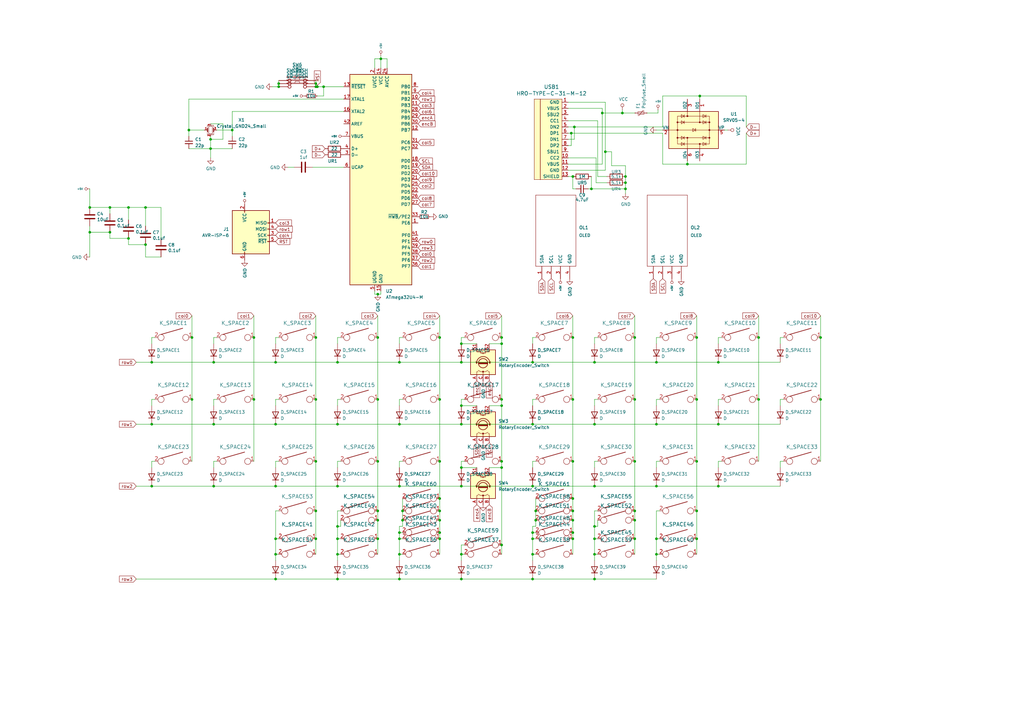
<source format=kicad_sch>
(kicad_sch (version 20211123) (generator eeschema)
  (paper "A3")
  (junction (at 104.14 163.83))
  (junction (at 113.03 148.59))
  (junction (at 62.23 199.39))
  (junction (at 129.54 220.98))
  (junction (at 219.71 213.36))
  (junction (at 36.83 85.09))
  (junction (at 189.23 173.99))
  (junction (at 285.75 138.43))
  (junction (at 260.35 209.55))
  (junction (at 130.175 35.56))
  (junction (at 260.35 163.83))
  (junction (at 248.285 62.23))
  (junction (at 218.44 237.49))
  (junction (at 336.55 163.83))
  (junction (at 189.23 227.33))
  (junction (at 281.94 67.31))
  (junction (at 311.15 163.83))
  (junction (at 205.74 189.23))
  (junction (at 234.315 54.61))
  (junction (at 138.43 220.98))
  (junction (at 218.44 218.44))
  (junction (at 180.34 138.43))
  (junction (at 260.35 213.36))
  (junction (at 269.24 227.33))
  (junction (at 180.34 189.23))
  (junction (at 113.03 227.33))
  (junction (at 255.27 46.355))
  (junction (at 154.94 220.98))
  (junction (at 138.43 237.49))
  (junction (at 52.705 85.09))
  (junction (at 78.74 138.43))
  (junction (at 45.085 95.25))
  (junction (at 87.63 148.59))
  (junction (at 129.54 138.43))
  (junction (at 87.63 173.99))
  (junction (at 294.64 148.59))
  (junction (at 285.75 209.55))
  (junction (at 243.84 237.49))
  (junction (at 138.43 148.59))
  (junction (at 269.24 220.98))
  (junction (at 129.54 189.23))
  (junction (at 219.71 209.55))
  (junction (at 163.83 220.98))
  (junction (at 154.94 138.43))
  (junction (at 234.95 213.36))
  (junction (at 77.47 53.34))
  (junction (at 336.55 138.43))
  (junction (at 114.3 34.29))
  (junction (at 138.43 173.99))
  (junction (at 154.94 163.83))
  (junction (at 189.23 166.37))
  (junction (at 243.84 173.99))
  (junction (at 247.015 46.355))
  (junction (at 87.63 199.39))
  (junction (at 129.54 163.83))
  (junction (at 234.95 72.39))
  (junction (at 78.74 163.83))
  (junction (at 218.44 173.99))
  (junction (at 205.74 166.37))
  (junction (at 180.34 213.36))
  (junction (at 243.84 227.33))
  (junction (at 189.23 237.49))
  (junction (at 129.54 35.56))
  (junction (at 180.34 204.47))
  (junction (at 165.1 209.55))
  (junction (at 180.34 163.83))
  (junction (at 104.14 138.43))
  (junction (at 163.83 218.44))
  (junction (at 205.74 138.43))
  (junction (at 234.95 189.23))
  (junction (at 180.34 209.55))
  (junction (at 269.24 173.99))
  (junction (at 243.84 148.59))
  (junction (at 218.44 227.33))
  (junction (at 95.25 53.34))
  (junction (at 59.69 100.33))
  (junction (at 36.83 95.25))
  (junction (at 59.69 85.09))
  (junction (at 52.705 97.79))
  (junction (at 234.95 163.83))
  (junction (at 163.83 199.39))
  (junction (at 256.54 74.93))
  (junction (at 256.54 72.39))
  (junction (at 287.02 39.37))
  (junction (at 156.21 24.13))
  (junction (at 180.34 220.98))
  (junction (at 285.75 220.98))
  (junction (at 62.23 148.59))
  (junction (at 242.57 77.47))
  (junction (at 129.54 209.55))
  (junction (at 260.35 220.98))
  (junction (at 154.94 209.55))
  (junction (at 234.95 220.98))
  (junction (at 113.03 220.98))
  (junction (at 180.34 218.44))
  (junction (at 189.23 191.77))
  (junction (at 129.54 34.29))
  (junction (at 205.74 163.83))
  (junction (at 294.64 173.99))
  (junction (at 189.23 199.39))
  (junction (at 189.23 148.59))
  (junction (at 163.83 173.99))
  (junction (at 234.95 209.55))
  (junction (at 205.74 223.52))
  (junction (at 163.83 237.49))
  (junction (at 285.75 189.23))
  (junction (at 218.44 148.59))
  (junction (at 86.36 57.15))
  (junction (at 113.03 173.99))
  (junction (at 86.36 60.96))
  (junction (at 218.44 199.39))
  (junction (at 163.83 148.59))
  (junction (at 205.74 140.97))
  (junction (at 154.94 120.65))
  (junction (at 154.94 213.36))
  (junction (at 163.83 227.33))
  (junction (at 113.03 237.49))
  (junction (at 234.95 218.44))
  (junction (at 62.23 173.99))
  (junction (at 218.44 220.98))
  (junction (at 45.085 85.09))
  (junction (at 205.74 191.77))
  (junction (at 234.95 204.47))
  (junction (at 138.43 215.9))
  (junction (at 260.35 189.23))
  (junction (at 138.43 227.33))
  (junction (at 154.94 189.23))
  (junction (at 113.03 199.39))
  (junction (at 243.84 220.98))
  (junction (at 243.84 215.9))
  (junction (at 243.84 199.39))
  (junction (at 285.75 163.83))
  (junction (at 294.64 199.39))
  (junction (at 269.24 148.59))
  (junction (at 165.1 213.36))
  (junction (at 138.43 199.39))
  (junction (at 234.95 138.43))
  (junction (at 132.715 35.56))
  (junction (at 256.54 77.47))
  (junction (at 235.585 52.07))
  (junction (at 260.35 138.43))
  (junction (at 114.3 35.56))
  (junction (at 269.24 199.39))
  (junction (at 189.23 140.97))
  (junction (at 311.15 138.43))
  (wire (pts (xy 233.045 59.69) (xy 234.315 59.69)))
  (wire (pts (xy 218.44 138.43) (xy 218.44 140.97)))
  (wire (pts (xy 269.24 148.59) (xy 294.64 148.59)))
  (wire (pts (xy 163.83 173.99) (xy 189.23 173.99)))
  (wire (pts (xy 205.74 140.97) (xy 205.74 138.43)))
  (wire (pts (xy 245.11 163.83) (xy 243.84 163.83)))
  (wire (pts (xy 114.3 227.33) (xy 113.03 227.33)))
  (wire (pts (xy 200.66 191.77) (xy 205.74 191.77)))
  (wire (pts (xy 234.95 204.47) (xy 234.95 209.55)))
  (wire (pts (xy 243.84 138.43) (xy 243.84 140.97)))
  (wire (pts (xy 77.47 60.96) (xy 86.36 60.96)))
  (wire (pts (xy 113.03 138.43) (xy 113.03 140.97)))
  (wire (pts (xy 113.03 199.39) (xy 138.43 199.39)))
  (wire (pts (xy 128.27 68.58) (xy 140.97 68.58)))
  (wire (pts (xy 52.705 100.33) (xy 52.705 97.79)))
  (wire (pts (xy 139.7 215.9) (xy 139.7 213.36)))
  (wire (pts (xy 234.95 77.47) (xy 234.95 72.39)))
  (wire (pts (xy 248.92 74.93) (xy 244.475 74.93)))
  (wire (pts (xy 242.57 72.39) (xy 242.57 77.47)))
  (wire (pts (xy 55.88 173.99) (xy 62.23 173.99)))
  (wire (pts (xy 281.94 67.31) (xy 306.07 67.31)))
  (wire (pts (xy 77.47 40.64) (xy 77.47 53.34)))
  (wire (pts (xy 189.23 163.83) (xy 189.23 166.37)))
  (wire (pts (xy 165.1 227.33) (xy 163.83 227.33)))
  (wire (pts (xy 163.83 227.33) (xy 163.83 229.87)))
  (wire (pts (xy 320.04 189.23) (xy 320.04 191.77)))
  (wire (pts (xy 154.94 209.55) (xy 154.94 213.36)))
  (wire (pts (xy 285.75 209.55) (xy 285.75 220.98)))
  (wire (pts (xy 77.47 53.34) (xy 83.82 53.34)))
  (wire (pts (xy 87.63 189.23) (xy 87.63 191.77)))
  (wire (pts (xy 189.23 237.49) (xy 218.44 237.49)))
  (wire (pts (xy 139.7 163.83) (xy 138.43 163.83)))
  (wire (pts (xy 270.51 227.33) (xy 269.24 227.33)))
  (wire (pts (xy 269.24 163.83) (xy 269.24 166.37)))
  (wire (pts (xy 87.63 148.59) (xy 113.03 148.59)))
  (wire (pts (xy 45.085 95.25) (xy 45.085 97.79)))
  (wire (pts (xy 219.71 215.9) (xy 218.44 215.9)))
  (wire (pts (xy 320.04 138.43) (xy 320.04 140.97)))
  (wire (pts (xy 113.03 209.55) (xy 113.03 220.98)))
  (wire (pts (xy 62.23 189.23) (xy 62.23 191.77)))
  (wire (pts (xy 95.25 45.72) (xy 140.97 45.72)))
  (wire (pts (xy 138.43 215.9) (xy 138.43 220.98)))
  (wire (pts (xy 114.3 163.83) (xy 113.03 163.83)))
  (wire (pts (xy 205.74 223.52) (xy 205.74 191.77)))
  (wire (pts (xy 139.7 189.23) (xy 138.43 189.23)))
  (wire (pts (xy 138.43 173.99) (xy 163.83 173.99)))
  (wire (pts (xy 118.11 68.58) (xy 120.65 68.58)))
  (wire (pts (xy 156.21 24.13) (xy 156.21 27.94)))
  (wire (pts (xy 86.36 55.88) (xy 86.36 57.15)))
  (wire (pts (xy 158.75 24.13) (xy 156.21 24.13)))
  (wire (pts (xy 163.83 237.49) (xy 189.23 237.49)))
  (wire (pts (xy 154.94 189.23) (xy 154.94 209.55)))
  (wire (pts (xy 242.57 77.47) (xy 256.54 77.47)))
  (wire (pts (xy 245.11 138.43) (xy 243.84 138.43)))
  (wire (pts (xy 219.71 204.47) (xy 219.71 209.55)))
  (wire (pts (xy 234.315 59.69) (xy 234.315 54.61)))
  (wire (pts (xy 233.045 41.91) (xy 248.285 41.91)))
  (wire (pts (xy 104.14 129.54) (xy 104.14 138.43)))
  (wire (pts (xy 255.27 45.085) (xy 255.27 46.355)))
  (wire (pts (xy 271.78 67.31) (xy 281.94 67.31)))
  (wire (pts (xy 66.04 105.41) (xy 59.69 105.41)))
  (wire (pts (xy 260.35 138.43) (xy 260.35 163.83)))
  (wire (pts (xy 114.3 35.56) (xy 111.76 35.56)))
  (wire (pts (xy 256.54 74.93) (xy 256.54 72.39)))
  (wire (pts (xy 234.95 209.55) (xy 234.95 213.36)))
  (wire (pts (xy 88.9 163.83) (xy 87.63 163.83)))
  (wire (pts (xy 248.285 69.85) (xy 233.045 69.85)))
  (wire (pts (xy 234.95 189.23) (xy 234.95 204.47)))
  (wire (pts (xy 130.175 35.56) (xy 132.715 35.56)))
  (wire (pts (xy 62.23 148.59) (xy 87.63 148.59)))
  (wire (pts (xy 180.34 163.83) (xy 180.34 138.43)))
  (wire (pts (xy 336.55 163.83) (xy 336.55 138.43)))
  (wire (pts (xy 205.74 140.97) (xy 205.74 163.83)))
  (wire (pts (xy 250.825 62.23) (xy 250.825 67.945)))
  (wire (pts (xy 265.43 46.355) (xy 269.875 46.355)))
  (wire (pts (xy 294.64 163.83) (xy 294.64 166.37)))
  (wire (pts (xy 243.84 173.99) (xy 269.24 173.99)))
  (wire (pts (xy 218.44 215.9) (xy 218.44 218.44)))
  (wire (pts (xy 234.95 220.98) (xy 234.95 227.33)))
  (wire (pts (xy 59.69 105.41) (xy 59.69 100.33)))
  (wire (pts (xy 55.88 199.39) (xy 62.23 199.39)))
  (wire (pts (xy 132.715 35.56) (xy 132.715 39.37)))
  (wire (pts (xy 36.83 85.09) (xy 36.83 77.47)))
  (wire (pts (xy 270.51 163.83) (xy 269.24 163.83)))
  (wire (pts (xy 245.11 49.53) (xy 233.045 49.53)))
  (wire (pts (xy 245.11 72.39) (xy 245.11 49.53)))
  (wire (pts (xy 285.75 163.83) (xy 285.75 138.43)))
  (wire (pts (xy 260.35 209.55) (xy 260.35 213.36)))
  (wire (pts (xy 336.55 189.23) (xy 336.55 163.83)))
  (wire (pts (xy 132.715 35.56) (xy 140.97 35.56)))
  (wire (pts (xy 295.91 189.23) (xy 294.64 189.23)))
  (wire (pts (xy 190.5 163.83) (xy 189.23 163.83)))
  (wire (pts (xy 189.23 138.43) (xy 189.23 140.97)))
  (wire (pts (xy 260.35 213.36) (xy 260.35 220.98)))
  (wire (pts (xy 158.75 27.94) (xy 158.75 24.13)))
  (wire (pts (xy 95.25 55.88) (xy 95.25 53.34)))
  (wire (pts (xy 138.43 220.98) (xy 138.43 227.33)))
  (wire (pts (xy 129.54 209.55) (xy 129.54 189.23)))
  (wire (pts (xy 139.7 227.33) (xy 138.43 227.33)))
  (wire (pts (xy 180.34 204.47) (xy 180.34 209.55)))
  (wire (pts (xy 243.84 220.98) (xy 243.84 227.33)))
  (wire (pts (xy 321.31 189.23) (xy 320.04 189.23)))
  (wire (pts (xy 153.67 120.65) (xy 154.94 120.65)))
  (wire (pts (xy 190.5 189.23) (xy 189.23 189.23)))
  (wire (pts (xy 271.78 39.37) (xy 271.78 52.07)))
  (wire (pts (xy 287.02 39.37) (xy 306.07 39.37)))
  (wire (pts (xy 250.825 67.945) (xy 256.54 67.945)))
  (wire (pts (xy 139.7 138.43) (xy 138.43 138.43)))
  (wire (pts (xy 130.175 35.56) (xy 129.54 35.56)))
  (wire (pts (xy 95.25 53.34) (xy 95.25 45.72)))
  (wire (pts (xy 294.64 148.59) (xy 320.04 148.59)))
  (wire (pts (xy 244.475 64.77) (xy 233.045 64.77)))
  (wire (pts (xy 270.51 220.98) (xy 269.24 220.98)))
  (wire (pts (xy 285.75 189.23) (xy 285.75 163.83)))
  (wire (pts (xy 114.3 220.98) (xy 113.03 220.98)))
  (wire (pts (xy 245.11 215.9) (xy 245.11 213.36)))
  (wire (pts (xy 129.54 189.23) (xy 129.54 163.83)))
  (wire (pts (xy 189.23 223.52) (xy 189.23 227.33)))
  (wire (pts (xy 113.03 227.33) (xy 113.03 229.87)))
  (wire (pts (xy 218.44 227.33) (xy 218.44 229.87)))
  (wire (pts (xy 189.23 191.77) (xy 195.58 191.77)))
  (wire (pts (xy 114.3 33.02) (xy 114.3 34.29)))
  (wire (pts (xy 241.3 77.47) (xy 242.57 77.47)))
  (wire (pts (xy 165.1 220.98) (xy 163.83 220.98)))
  (wire (pts (xy 139.7 220.98) (xy 138.43 220.98)))
  (wire (pts (xy 88.9 53.34) (xy 95.25 53.34)))
  (wire (pts (xy 233.045 72.39) (xy 234.95 72.39)))
  (wire (pts (xy 104.14 189.23) (xy 104.14 163.83)))
  (wire (pts (xy 165.1 209.55) (xy 165.1 213.36)))
  (wire (pts (xy 336.55 129.54) (xy 336.55 138.43)))
  (wire (pts (xy 233.045 54.61) (xy 234.315 54.61)))
  (wire (pts (xy 36.83 85.09) (xy 45.085 85.09)))
  (wire (pts (xy 87.63 199.39) (xy 113.03 199.39)))
  (wire (pts (xy 189.23 189.23) (xy 189.23 191.77)))
  (wire (pts (xy 163.83 218.44) (xy 163.83 220.98)))
  (wire (pts (xy 180.34 220.98) (xy 180.34 218.44)))
  (wire (pts (xy 86.36 50.8) (xy 91.44 50.8)))
  (wire (pts (xy 218.44 163.83) (xy 218.44 166.37)))
  (wire (pts (xy 256.54 77.47) (xy 256.54 79.375)))
  (wire (pts (xy 190.5 227.33) (xy 189.23 227.33)))
  (wire (pts (xy 248.92 72.39) (xy 245.11 72.39)))
  (wire (pts (xy 138.43 148.59) (xy 163.83 148.59)))
  (wire (pts (xy 256.54 74.93) (xy 256.54 77.47)))
  (wire (pts (xy 130.175 34.925) (xy 130.175 35.56)))
  (wire (pts (xy 205.74 227.33) (xy 205.74 223.52)))
  (wire (pts (xy 255.27 46.355) (xy 260.35 46.355)))
  (wire (pts (xy 234.315 54.61) (xy 271.78 54.61)))
  (wire (pts (xy 138.43 189.23) (xy 138.43 191.77)))
  (wire (pts (xy 163.83 138.43) (xy 163.83 140.97)))
  (wire (pts (xy 180.34 227.33) (xy 180.34 220.98)))
  (wire (pts (xy 189.23 199.39) (xy 218.44 199.39)))
  (wire (pts (xy 285.75 129.54) (xy 285.75 138.43)))
  (wire (pts (xy 243.84 237.49) (xy 269.24 237.49)))
  (wire (pts (xy 45.085 97.79) (xy 52.705 97.79)))
  (wire (pts (xy 45.085 85.09) (xy 52.705 85.09)))
  (wire (pts (xy 245.11 215.9) (xy 243.84 215.9)))
  (wire (pts (xy 153.67 119.38) (xy 153.67 120.65)))
  (wire (pts (xy 129.54 33.02) (xy 129.54 34.29)))
  (wire (pts (xy 55.88 237.49) (xy 113.03 237.49)))
  (wire (pts (xy 269.24 227.33) (xy 269.24 229.87)))
  (wire (pts (xy 235.585 52.07) (xy 271.78 52.07)))
  (wire (pts (xy 59.69 100.33) (xy 52.705 100.33)))
  (wire (pts (xy 205.74 189.23) (xy 205.74 166.37)))
  (wire (pts (xy 45.085 87.63) (xy 45.085 85.09)))
  (wire (pts (xy 218.44 220.98) (xy 218.44 227.33)))
  (wire (pts (xy 243.84 163.83) (xy 243.84 166.37)))
  (wire (pts (xy 247.015 67.31) (xy 233.045 67.31)))
  (wire (pts (xy 243.84 209.55) (xy 243.84 215.9)))
  (wire (pts (xy 234.95 213.36) (xy 234.95 218.44)))
  (wire (pts (xy 114.3 34.29) (xy 114.3 35.56)))
  (wire (pts (xy 233.045 44.45) (xy 247.015 44.45)))
  (wire (pts (xy 320.04 163.83) (xy 320.04 166.37)))
  (wire (pts (xy 295.91 138.43) (xy 294.64 138.43)))
  (wire (pts (xy 269.24 209.55) (xy 269.24 220.98)))
  (wire (pts (xy 247.015 46.355) (xy 255.27 46.355)))
  (wire (pts (xy 243.84 148.59) (xy 269.24 148.59)))
  (wire (pts (xy 63.5 163.83) (xy 62.23 163.83)))
  (wire (pts (xy 88.9 138.43) (xy 87.63 138.43)))
  (wire (pts (xy 245.11 209.55) (xy 243.84 209.55)))
  (wire (pts (xy 113.03 189.23) (xy 113.03 191.77)))
  (wire (pts (xy 52.705 90.17) (xy 52.705 85.09)))
  (wire (pts (xy 234.95 163.83) (xy 234.95 138.43)))
  (wire (pts (xy 250.825 62.23) (xy 248.285 62.23)))
  (wire (pts (xy 233.045 52.07) (xy 235.585 52.07)))
  (wire (pts (xy 243.84 227.33) (xy 243.84 229.87)))
  (wire (pts (xy 256.54 67.945) (xy 256.54 72.39)))
  (wire (pts (xy 243.84 199.39) (xy 269.24 199.39)))
  (wire (pts (xy 306.07 39.37) (xy 306.07 52.07)))
  (wire (pts (xy 86.36 60.96) (xy 86.36 64.77)))
  (wire (pts (xy 321.31 163.83) (xy 320.04 163.83)))
  (wire (pts (xy 218.44 173.99) (xy 243.84 173.99)))
  (wire (pts (xy 154.94 227.33) (xy 154.94 220.98)))
  (wire (pts (xy 180.34 189.23) (xy 180.34 204.47)))
  (wire (pts (xy 281.94 66.04) (xy 281.94 67.31)))
  (wire (pts (xy 218.44 199.39) (xy 243.84 199.39)))
  (wire (pts (xy 189.23 166.37) (xy 195.58 166.37)))
  (wire (pts (xy 218.44 148.59) (xy 243.84 148.59)))
  (wire (pts (xy 294.64 189.23) (xy 294.64 191.77)))
  (wire (pts (xy 129.54 227.33) (xy 129.54 220.98)))
  (wire (pts (xy 36.83 92.71) (xy 36.83 95.25)))
  (wire (pts (xy 114.3 209.55) (xy 113.03 209.55)))
  (wire (pts (xy 311.15 129.54) (xy 311.15 138.43)))
  (wire (pts (xy 285.75 220.98) (xy 285.75 227.33)))
  (wire (pts (xy 113.03 163.83) (xy 113.03 166.37)))
  (wire (pts (xy 114.3 189.23) (xy 113.03 189.23)))
  (wire (pts (xy 234.95 189.23) (xy 234.95 163.83)))
  (wire (pts (xy 243.84 189.23) (xy 243.84 191.77)))
  (wire (pts (xy 138.43 138.43) (xy 138.43 140.97)))
  (wire (pts (xy 271.78 54.61) (xy 271.78 67.31)))
  (wire (pts (xy 270.51 209.55) (xy 269.24 209.55)))
  (wire (pts (xy 219.71 209.55) (xy 219.71 213.36)))
  (wire (pts (xy 154.94 129.54) (xy 154.94 138.43)))
  (wire (pts (xy 165.1 215.9) (xy 163.83 215.9)))
  (wire (pts (xy 86.36 57.15) (xy 86.36 60.96)))
  (wire (pts (xy 260.35 163.83) (xy 260.35 189.23)))
  (wire (pts (xy 180.34 213.36) (xy 180.34 218.44)))
  (wire (pts (xy 163.83 199.39) (xy 189.23 199.39)))
  (wire (pts (xy 59.69 92.71) (xy 59.69 85.09)))
  (wire (pts (xy 205.74 166.37) (xy 205.74 163.83)))
  (wire (pts (xy 63.5 189.23) (xy 62.23 189.23)))
  (wire (pts (xy 129.54 34.29) (xy 129.54 35.56)))
  (wire (pts (xy 236.22 77.47) (xy 234.95 77.47)))
  (wire (pts (xy 113.03 173.99) (xy 138.43 173.99)))
  (wire (pts (xy 306.07 54.61) (xy 306.07 67.31)))
  (wire (pts (xy 269.24 199.39) (xy 294.64 199.39)))
  (wire (pts (xy 62.23 199.39) (xy 87.63 199.39)))
  (wire (pts (xy 62.23 138.43) (xy 62.23 140.97)))
  (wire (pts (xy 140.97 40.64) (xy 77.47 40.64)))
  (wire (pts (xy 138.43 227.33) (xy 138.43 229.87)))
  (wire (pts (xy 77.47 55.88) (xy 77.47 53.34)))
  (wire (pts (xy 138.43 209.55) (xy 138.43 215.9)))
  (wire (pts (xy 244.475 74.93) (xy 244.475 64.77)))
  (wire (pts (xy 260.35 220.98) (xy 260.35 227.33)))
  (wire (pts (xy 59.69 85.09) (xy 66.04 85.09)))
  (wire (pts (xy 234.95 218.44) (xy 234.95 220.98)))
  (wire (pts (xy 247.015 44.45) (xy 247.015 46.355)))
  (wire (pts (xy 52.705 85.09) (xy 59.69 85.09)))
  (wire (pts (xy 154.94 213.36) (xy 154.94 220.98)))
  (wire (pts (xy 113.03 237.49) (xy 138.43 237.49)))
  (wire (pts (xy 138.43 163.83) (xy 138.43 166.37)))
  (wire (pts (xy 233.045 57.15) (xy 235.585 57.15)))
  (wire (pts (xy 295.91 163.83) (xy 294.64 163.83)))
  (wire (pts (xy 104.14 163.83) (xy 104.14 138.43)))
  (wire (pts (xy 269.24 53.34) (xy 271.78 53.34)))
  (wire (pts (xy 165.1 163.83) (xy 163.83 163.83)))
  (wire (pts (xy 189.23 140.97) (xy 195.58 140.97)))
  (wire (pts (xy 55.88 148.59) (xy 62.23 148.59)))
  (wire (pts (xy 219.71 138.43) (xy 218.44 138.43)))
  (wire (pts (xy 287.02 39.37) (xy 287.02 40.64)))
  (wire (pts (xy 219.71 215.9) (xy 219.71 213.36)))
  (wire (pts (xy 321.31 138.43) (xy 320.04 138.43)))
  (wire (pts (xy 219.71 220.98) (xy 218.44 220.98)))
  (wire (pts (xy 138.43 199.39) (xy 163.83 199.39)))
  (wire (pts (xy 190.5 138.43) (xy 189.23 138.43)))
  (wire (pts (xy 219.71 227.33) (xy 218.44 227.33)))
  (wire (pts (xy 311.15 163.83) (xy 311.15 138.43)))
  (wire (pts (xy 156.21 119.38) (xy 156.21 120.65)))
  (wire (pts (xy 219.71 218.44) (xy 218.44 218.44)))
  (wire (pts (xy 66.04 97.79) (xy 66.04 85.09)))
  (wire (pts (xy 294.64 138.43) (xy 294.64 140.97)))
  (wire (pts (xy 297.18 53.34) (xy 298.45 53.34)))
  (wire (pts (xy 36.83 95.25) (xy 36.83 105.41)))
  (wire (pts (xy 62.23 163.83) (xy 62.23 166.37)))
  (wire (pts (xy 165.1 204.47) (xy 165.1 209.55)))
  (wire (pts (xy 269.875 46.355) (xy 269.875 45.085)))
  (wire (pts (xy 113.03 148.59) (xy 138.43 148.59)))
  (wire (pts (xy 163.83 220.98) (xy 163.83 227.33)))
  (wire (pts (xy 129.54 220.98) (xy 129.54 209.55)))
  (wire (pts (xy 180.34 129.54) (xy 180.34 138.43)))
  (wire (pts (xy 165.1 189.23) (xy 163.83 189.23)))
  (wire (pts (xy 138.43 237.49) (xy 163.83 237.49)))
  (wire (pts (xy 200.66 140.97) (xy 205.74 140.97)))
  (wire (pts (xy 129.54 129.54) (xy 129.54 138.43)))
  (wire (pts (xy 163.83 215.9) (xy 163.83 218.44)))
  (wire (pts (xy 245.11 220.98) (xy 243.84 220.98)))
  (wire (pts (xy 235.585 57.15) (xy 235.585 52.07)))
  (wire (pts (xy 218.44 218.44) (xy 218.44 220.98)))
  (wire (pts (xy 180.34 189.23) (xy 180.34 163.83)))
  (wire (pts (xy 218.44 237.49) (xy 243.84 237.49)))
  (wire (pts (xy 219.71 163.83) (xy 218.44 163.83)))
  (wire (pts (xy 219.71 189.23) (xy 218.44 189.23)))
  (wire (pts (xy 91.44 57.15) (xy 86.36 57.15)))
  (wire (pts (xy 139.7 209.55) (xy 138.43 209.55)))
  (wire (pts (xy 269.24 220.98) (xy 269.24 227.33)))
  (wire (pts (xy 78.74 189.23) (xy 78.74 163.83)))
  (wire (pts (xy 129.54 163.83) (xy 129.54 138.43)))
  (wire (pts (xy 78.74 129.54) (xy 78.74 138.43)))
  (wire (pts (xy 36.83 95.25) (xy 45.085 95.25)))
  (wire (pts (xy 154.94 189.23) (xy 154.94 163.83)))
  (wire (pts (xy 294.64 199.39) (xy 320.04 199.39)))
  (wire (pts (xy 218.44 189.23) (xy 218.44 191.77)))
  (wire (pts (xy 234.95 129.54) (xy 234.95 138.43)))
  (wire (pts (xy 243.84 215.9) (xy 243.84 220.98)))
  (wire (pts (xy 156.21 22.86) (xy 156.21 24.13)))
  (wire (pts (xy 156.21 120.65) (xy 154.94 120.65)))
  (wire (pts (xy 153.67 27.94) (xy 153.67 24.13)))
  (wire (pts (xy 78.74 163.83) (xy 78.74 138.43)))
  (wire (pts (xy 189.23 227.33) (xy 189.23 229.87)))
  (wire (pts (xy 154.94 163.83) (xy 154.94 138.43)))
  (wire (pts (xy 114.3 138.43) (xy 113.03 138.43)))
  (wire (pts (xy 248.285 62.23) (xy 248.285 41.91)))
  (wire (pts (xy 87.63 138.43) (xy 87.63 140.97)))
  (wire (pts (xy 270.51 189.23) (xy 269.24 189.23)))
  (wire (pts (xy 189.23 148.59) (xy 218.44 148.59)))
  (wire (pts (xy 91.44 50.8) (xy 91.44 57.15)))
  (wire (pts (xy 132.715 39.37) (xy 130.175 39.37)))
  (wire (pts (xy 180.34 209.55) (xy 180.34 213.36)))
  (wire (pts (xy 285.75 189.23) (xy 285.75 209.55)))
  (wire (pts (xy 245.11 189.23) (xy 243.84 189.23)))
  (wire (pts (xy 87.63 173.99) (xy 113.03 173.99)))
  (wire (pts (xy 189.23 173.99) (xy 218.44 173.99)))
  (wire (pts (xy 260.35 129.54) (xy 260.35 138.43)))
  (wire (pts (xy 153.67 24.13) (xy 156.21 24.13)))
  (wire (pts (xy 269.24 173.99) (xy 294.64 173.99)))
  (wire (pts (xy 205.74 129.54) (xy 205.74 138.43)))
  (wire (pts (xy 270.51 138.43) (xy 269.24 138.43)))
  (wire (pts (xy 165.1 138.43) (xy 163.83 138.43)))
  (wire (pts (xy 200.66 166.37) (xy 205.74 166.37)))
  (wire (pts (xy 63.5 138.43) (xy 62.23 138.43)))
  (wire (pts (xy 269.24 138.43) (xy 269.24 140.97)))
  (wire (pts (xy 190.5 223.52) (xy 189.23 223.52)))
  (wire (pts (xy 294.64 173.99) (xy 320.04 173.99)))
  (wire (pts (xy 260.35 189.23) (xy 260.35 209.55)))
  (wire (pts (xy 62.23 173.99) (xy 87.63 173.99)))
  (wire (pts (xy 165.1 215.9) (xy 165.1 213.36)))
  (wire (pts (xy 163.83 163.83) (xy 163.83 166.37)))
  (wire (pts (xy 88.9 189.23) (xy 87.63 189.23)))
  (wire (pts (xy 113.03 220.98) (xy 113.03 227.33)))
  (wire (pts (xy 269.24 189.23) (xy 269.24 191.77)))
  (wire (pts (xy 165.1 218.44) (xy 163.83 218.44)))
  (wire (pts (xy 245.11 227.33) (xy 243.84 227.33)))
  (wire (pts (xy 163.83 189.23) (xy 163.83 191.77)))
  (wire (pts (xy 271.78 39.37) (xy 287.02 39.37)))
  (wire (pts (xy 205.74 191.77) (xy 205.74 189.23)))
  (wire (pts (xy 86.36 60.96) (xy 95.25 60.96)))
  (wire (pts (xy 247.015 46.355) (xy 247.015 67.31)))
  (wire (pts (xy 311.15 189.23) (xy 311.15 163.83)))
  (wire (pts (xy 163.83 148.59) (xy 189.23 148.59)))
  (wire (pts (xy 139.7 215.9) (xy 138.43 215.9)))
  (wire (pts (xy 87.63 163.83) (xy 87.63 166.37)))
  (wire (pts (xy 248.285 69.85) (xy 248.285 62.23)))
  (global_label "SDA" (shape input) (at 171.45 68.58 0) (property "Intersheet References" "${INTERSHEET_REFS}" (effects hide)))
  (global_label "row1" (shape input) (at 55.88 173.99 180) (property "Intersheet References" "${INTERSHEET_REFS}" (effects hide)))
  (global_label "SDA" (shape input) (at 195.58 181.61 270) (property "Intersheet References" "${INTERSHEET_REFS}" (effects hide)))
  (global_label "col6" (shape input) (at 234.95 129.54 180) (property "Intersheet References" "${INTERSHEET_REFS}" (effects hide)))
  (global_label "col10" (shape input) (at 336.55 129.54 180) (property "Intersheet References" "${INTERSHEET_REFS}" (effects hide)))
  (global_label "col4" (shape input) (at 180.34 129.54 180) (property "Intersheet References" "${INTERSHEET_REFS}" (effects hide)))
  (global_label "SDA" (shape input) (at 267.97 114.3 270) (property "Intersheet References" "${INTERSHEET_REFS}" (effects hide)))
  (global_label "SCL" (shape input) (at 200.66 181.61 270) (property "Intersheet References" "${INTERSHEET_REFS}" (effects hide)))
  (global_label "col2" (shape input) (at 171.45 76.2 0) (property "Intersheet References" "${INTERSHEET_REFS}" (effects hide)))
  (global_label "SCL" (shape input) (at 226.06 114.3 270) (property "Intersheet References" "${INTERSHEET_REFS}" (effects hide)))
  (global_label "col1" (shape input) (at 104.14 129.54 180) (property "Intersheet References" "${INTERSHEET_REFS}" (effects hide)))
  (global_label "SCL" (shape input) (at 271.78 114.3 270) (property "Intersheet References" "${INTERSHEET_REFS}" (effects hide)))
  (global_label "col8" (shape input) (at 171.45 81.28 0) (property "Intersheet References" "${INTERSHEET_REFS}" (effects hide)))
  (global_label "row1" (shape input) (at 113.03 93.98 0) (property "Intersheet References" "${INTERSHEET_REFS}" (effects hide)))
  (global_label "col7" (shape input) (at 171.45 83.82 0) (property "Intersheet References" "${INTERSHEET_REFS}" (effects hide)))
  (global_label "encB" (shape input) (at 200.66 207.01 270) (property "Intersheet References" "${INTERSHEET_REFS}" (effects hide)))
  (global_label "encA" (shape input) (at 195.58 207.01 270) (property "Intersheet References" "${INTERSHEET_REFS}" (effects hide)))
  (global_label "row0" (shape input) (at 171.45 99.06 0) (property "Intersheet References" "${INTERSHEET_REFS}" (effects hide)))
  (global_label "col10" (shape input) (at 171.45 71.12 0) (property "Intersheet References" "${INTERSHEET_REFS}" (effects hide)))
  (global_label "col3" (shape input) (at 171.45 43.18 0) (property "Intersheet References" "${INTERSHEET_REFS}" (effects hide)))
  (global_label "col2" (shape input) (at 129.54 129.54 180) (property "Intersheet References" "${INTERSHEET_REFS}" (effects hide)))
  (global_label "col6" (shape input) (at 171.45 45.72 0) (property "Intersheet References" "${INTERSHEET_REFS}" (effects hide)))
  (global_label "col8" (shape input) (at 285.75 129.54 180) (property "Intersheet References" "${INTERSHEET_REFS}" (effects hide)))
  (global_label "col4" (shape input) (at 171.45 38.1 0) (property "Intersheet References" "${INTERSHEET_REFS}" (effects hide)))
  (global_label "col0" (shape input) (at 171.45 104.14 0) (property "Intersheet References" "${INTERSHEET_REFS}" (effects hide)))
  (global_label "D+" (shape input) (at 306.07 54.61 0) (property "Intersheet References" "${INTERSHEET_REFS}" (effects hide)))
  (global_label "D+" (shape input) (at 133.35 60.96 180) (property "Intersheet References" "${INTERSHEET_REFS}" (effects hide)))
  (global_label "row3" (shape input) (at 171.45 101.6 0) (property "Intersheet References" "${INTERSHEET_REFS}" (effects hide)))
  (global_label "col1" (shape input) (at 171.45 109.22 0) (property "Intersheet References" "${INTERSHEET_REFS}" (effects hide)))
  (global_label "RST" (shape input) (at 113.03 99.06 0) (property "Intersheet References" "${INTERSHEET_REFS}" (effects hide)))
  (global_label "col9" (shape input) (at 311.15 129.54 180) (property "Intersheet References" "${INTERSHEET_REFS}" (effects hide)))
  (global_label "row0" (shape input) (at 55.88 148.59 180) (property "Intersheet References" "${INTERSHEET_REFS}" (effects hide)))
  (global_label "col7" (shape input) (at 260.35 129.54 180) (property "Intersheet References" "${INTERSHEET_REFS}" (effects hide)))
  (global_label "D-" (shape input) (at 306.07 52.07 0) (property "Intersheet References" "${INTERSHEET_REFS}" (effects hide)))
  (global_label "SCL" (shape input) (at 171.45 66.04 0) (property "Intersheet References" "${INTERSHEET_REFS}" (effects hide)))
  (global_label "col4" (shape input) (at 113.03 96.52 0) (property "Intersheet References" "${INTERSHEET_REFS}" (effects hide)))
  (global_label "col3" (shape input) (at 154.94 129.54 180) (property "Intersheet References" "${INTERSHEET_REFS}" (effects hide)))
  (global_label "row1" (shape input) (at 171.45 40.64 0) (property "Intersheet References" "${INTERSHEET_REFS}" (effects hide)))
  (global_label "row3" (shape input) (at 55.88 237.49 180) (property "Intersheet References" "${INTERSHEET_REFS}" (effects hide)))
  (global_label "col5" (shape input) (at 171.45 58.42 0) (property "Intersheet References" "${INTERSHEET_REFS}" (effects hide)))
  (global_label "col3" (shape input) (at 113.03 91.44 0) (property "Intersheet References" "${INTERSHEET_REFS}" (effects hide)))
  (global_label "encB" (shape input) (at 200.66 156.21 270) (property "Intersheet References" "${INTERSHEET_REFS}" (effects hide)))
  (global_label "SDA" (shape input) (at 222.25 114.3 270) (property "Intersheet References" "${INTERSHEET_REFS}" (effects hide)))
  (global_label "row2" (shape input) (at 171.45 106.68 0) (property "Intersheet References" "${INTERSHEET_REFS}" (effects hide)))
  (global_label "row2" (shape input) (at 55.88 199.39 180) (property "Intersheet References" "${INTERSHEET_REFS}" (effects hide)))
  (global_label "encB" (shape input) (at 171.45 50.8 0) (property "Intersheet References" "${INTERSHEET_REFS}" (effects hide)))
  (global_label "D-" (shape input) (at 133.35 63.5 180) (property "Intersheet References" "${INTERSHEET_REFS}" (effects hide)))
  (global_label "encA" (shape input) (at 195.58 156.21 270) (property "Intersheet References" "${INTERSHEET_REFS}" (effects hide)))
  (global_label "RST" (shape input) (at 130.175 34.925 90) (property "Intersheet References" "${INTERSHEET_REFS}" (effects hide)))
  (global_label "col9" (shape input) (at 171.45 73.66 0) (property "Intersheet References" "${INTERSHEET_REFS}" (effects hide)))
  (global_label "col5" (shape input) (at 205.74 129.54 180) (property "Intersheet References" "${INTERSHEET_REFS}" (effects hide)))
  (global_label "encA" (shape input) (at 171.45 48.26 0) (property "Intersheet References" "${INTERSHEET_REFS}" (effects hide)))
  (global_label "col0" (shape input) (at 78.74 129.54 180) (property "Intersheet References" "${INTERSHEET_REFS}" (effects hide)))
  (symbol (lib_id "keyboard_parts:KEYSW") (at 227.33 218.44 0) (unit 1)
    (property "Reference" "K_SPACE48" (at 227.33 212.5218 0) (effects (font (size 1.524 1.524))))
    (property "Value" "KEYSW" (effects hide))
    (property "Footprint" "MX_Only:MXOnly-2.75U-ReversedStabilizers-NoLED" (effects hide))
  )
  (symbol (lib_id "Device:D") (at 138.43 233.68 90) (unit 1)
    (property "Reference" "D_SPACE35" (at 140.4366 232.5116 90) (effects (justify right)))
    (property "Value" "D" (at 140.4366 235.077 90) (effects (justify right)))
    (property "Footprint" "Diode_SMD:D_SOD-123" (effects hide))
  )
  (symbol (lib_id "device:C") (at 45.085 91.44 0) (unit 1)
    (property "Reference" "C5" (at 48.006 90.2716 0) (effects (justify left)))
    (property "Value" "0.1uf" (at 48.006 92.583 0) (effects (justify left)))
    (property "Footprint" "Capacitor_SMD:C_0805_2012Metric" (effects hide))
  )
  (symbol (lib_id "keyboard_parts:KEYSW") (at 227.33 138.43 0) (unit 1)
    (property "Reference" "K_SPACE7" (at 227.33 132.5118 0) (effects (font (size 1.524 1.524))))
    (property "Value" "KEYSW" (effects hide))
    (property "Footprint" "MX_Only:MXOnly-1U-NoLED" (effects hide))
  )
  (symbol (lib_id "Device:D") (at 294.64 170.18 90) (unit 1)
    (property "Reference" "D_SPACE21" (at 296.6466 169.0116 90) (effects (justify right)))
    (property "Value" "D" (at 296.6466 171.577 90) (effects (justify right)))
    (property "Footprint" "Diode_SMD:D_SOD-123" (effects hide))
  )
  (symbol (lib_id "Device:D") (at 218.44 195.58 90) (unit 1)
    (property "Reference" "D_SPACE29" (at 220.4466 194.4116 90) (effects (justify right)))
    (property "Value" "D" (at 220.4466 196.977 90) (effects (justify right)))
    (property "Footprint" "Diode_SMD:D_SOD-123" (effects hide))
  )
  (symbol (lib_id "keyboard_parts:KEYSW") (at 227.33 189.23 0) (unit 1)
    (property "Reference" "K_SPACE29" (at 227.33 183.3118 0) (effects (font (size 1.524 1.524))))
    (property "Value" "KEYSW" (effects hide))
    (property "Footprint" "MX_Only:MXOnly-1U-NoLED" (effects hide))
  )
  (symbol (lib_id "keyboard_parts:KEYSW") (at 121.92 138.43 0) (unit 1)
    (property "Reference" "K_SPACE3" (at 121.92 132.5118 0) (effects (font (size 1.524 1.524))))
    (property "Value" "KEYSW" (effects hide))
    (property "Footprint" "MX_Only:MXOnly-1U-NoLED" (effects hide))
  )
  (symbol (lib_id "power:GND") (at 176.53 88.9 90) (unit 1)
    (property "Reference" "#PWR0115" (effects hide))
    (property "Value" "GND" (at 179.7812 88.773 90) (effects (justify right)))
  )
  (symbol (lib_id "Device:D") (at 138.43 195.58 90) (unit 1)
    (property "Reference" "D_SPACE26" (at 140.4366 194.4116 90) (effects (justify right)))
    (property "Value" "D" (at 140.4366 196.977 90) (effects (justify right)))
    (property "Footprint" "Diode_SMD:D_SOD-123" (effects hide))
  )
  (symbol (lib_id "keyboard_parts:KEYSW") (at 227.33 204.47 0) (unit 1)
    (property "Reference" "K_SPACE61" (at 227.33 198.5518 0) (effects (font (size 1.524 1.524))))
    (property "Value" "KEYSW" (effects hide))
    (property "Footprint" "MX_Only:MXOnly-1.5U-NoLED" (effects hide))
  )
  (symbol (lib_id "keyboard_parts:KEYSW") (at 278.13 189.23 0) (unit 1)
    (property "Reference" "K_SPACE31" (at 278.13 183.3118 0) (effects (font (size 1.524 1.524))))
    (property "Value" "KEYSW" (effects hide))
    (property "Footprint" "MX_Only:MXOnly-1U-NoLED" (effects hide))
  )
  (symbol (lib_id "keyboard_parts:KEYSW") (at 96.52 163.83 0) (unit 1)
    (property "Reference" "K_SPACE13" (at 96.52 157.9118 0) (effects (font (size 1.524 1.524))))
    (property "Value" "KEYSW" (effects hide))
    (property "Footprint" "MX_Only:MXOnly-1U-NoLED" (effects hide))
  )
  (symbol (lib_id "power:GND") (at 118.11 68.58 270) (unit 1)
    (property "Reference" "#PWR0103" (effects hide))
    (property "Value" "GND" (at 114.8588 68.707 90) (effects (justify right)))
  )
  (symbol (lib_id "keyboard_parts:SW_PUSH") (at 121.92 33.02 0) (unit 1)
    (property "Reference" "SW6" (at 121.92 26.543 0))
    (property "Value" "SW_PUSH" (at 121.92 28.8544 0))
    (property "Footprint" "Button_Switch_SMD:SW_SPST_SKQG_WithoutStem" (effects hide))
  )
  (symbol (lib_id "device:R") (at 252.73 72.39 90) (unit 1)
    (property "Reference" "UR3" (at 252.73 70.485 90))
    (property "Value" "5.1k" (at 252.73 72.39 90))
    (property "Footprint" "Resistor_SMD:R_0805_2012Metric" (effects hide))
  )
  (symbol (lib_id "keyboard_parts:KEYSW") (at 147.32 138.43 0) (unit 1)
    (property "Reference" "K_SPACE4" (at 147.32 132.5118 0) (effects (font (size 1.524 1.524))))
    (property "Value" "KEYSW" (effects hide))
    (property "Footprint" "MX_Only:MXOnly-1U-NoLED" (effects hide))
  )
  (symbol (lib_id "keyboard_parts:KEYSW") (at 172.72 163.83 0) (unit 1)
    (property "Reference" "K_SPACE16" (at 172.72 157.9118 0) (effects (font (size 1.524 1.524))))
    (property "Value" "KEYSW" (effects hide))
    (property "Footprint" "MX_Only:MXOnly-1U-NoLED" (effects hide))
  )
  (symbol (lib_id "keyboard_parts:KEYSW") (at 227.33 209.55 0) (unit 1)
    (property "Reference" "K_SPACE58" (at 227.33 203.6318 0) (effects (font (size 1.524 1.524))))
    (property "Value" "KEYSW" (effects hide))
    (property "Footprint" "MX_Only:MXOnly-3U-ReversedStabilizers-NoLED" (effects hide))
  )
  (symbol (lib_id "keyboard_parts:KEYSW") (at 252.73 138.43 0) (unit 1)
    (property "Reference" "K_SPACE8" (at 252.73 132.5118 0) (effects (font (size 1.524 1.524))))
    (property "Value" "KEYSW" (effects hide))
    (property "Footprint" "MX_Only:MXOnly-1U-NoLED" (effects hide))
  )
  (symbol (lib_id "keyboard_parts:KEYSW") (at 147.32 189.23 0) (unit 1)
    (property "Reference" "K_SPACE26" (at 147.32 183.3118 0) (effects (font (size 1.524 1.524))))
    (property "Value" "KEYSW" (effects hide))
    (property "Footprint" "MX_Only:MXOnly-1U-NoLED" (effects hide))
  )
  (symbol (lib_id "keyboard_parts:KEYSW") (at 252.73 163.83 0) (unit 1)
    (property "Reference" "K_SPACE19" (at 252.73 157.9118 0) (effects (font (size 1.524 1.524))))
    (property "Value" "KEYSW" (effects hide))
    (property "Footprint" "MX_Only:MXOnly-1U-NoLED" (effects hide))
  )
  (symbol (lib_id "Device:D") (at 218.44 170.18 90) (unit 1)
    (property "Reference" "D_SPACE18" (at 220.4466 169.0116 90) (effects (justify right)))
    (property "Value" "D" (at 220.4466 171.577 90) (effects (justify right)))
    (property "Footprint" "Diode_SMD:D_SOD-123" (effects hide))
  )
  (symbol (lib_id "keyboard_parts:KEYSW") (at 71.12 189.23 0) (unit 1)
    (property "Reference" "K_SPACE23" (at 71.12 183.3118 0) (effects (font (size 1.524 1.524))))
    (property "Value" "KEYSW" (effects hide))
    (property "Footprint" "MX_Only:MXOnly-1U-NoLED" (effects hide))
  )
  (symbol (lib_id "keyboard_parts:SW_PUSH") (at 121.92 34.29 0) (unit 1)
    (property "Reference" "SW5" (at 121.92 27.813 0))
    (property "Value" "SW_PUSH" (at 121.92 30.1244 0))
    (property "Footprint" "Connector_PinHeader_2.54mm:PinHeader_1x02_P2.54mm_Vertical" (effects hide))
  )
  (symbol (lib_id "Device:RotaryEncoder_Switch") (at 198.12 199.39 90) (unit 1)
    (property "Reference" "SW4" (at 204.47 198.1199 90) (effects (justify right)))
    (property "Value" "RotaryEncoder_Switch" (at 204.47 200.6599 90) (effects (justify right)))
    (property "Footprint" "encoder:RotaryEncoder_Alps_EC11E-Switch_Vertical_H20mm" (effects hide))
  )
  (symbol (lib_id "Device:D") (at 189.23 233.68 90) (unit 1)
    (property "Reference" "D_SPACE37" (at 191.2366 232.5116 90) (effects (justify right)))
    (property "Value" "D" (at 191.2366 235.077 90) (effects (justify right)))
    (property "Footprint" "Diode_SMD:D_SOD-123" (effects hide))
  )
  (symbol (lib_id "power:GND") (at 198.12 156.21 0) (unit 1)
    (property "Reference" "#PWR0117" (effects hide))
    (property "Value" "GND" (at 198.247 159.4612 90) (effects (justify right)))
  )
  (symbol (lib_id "keyboard_parts:KEYSW") (at 147.32 213.36 0) (unit 1)
    (property "Reference" "K_SPACE49" (at 147.32 207.4418 0) (effects (font (size 1.524 1.524))))
    (property "Value" "KEYSW" (effects hide))
    (property "Footprint" "MX_Only:MXOnly-1.25U-NoLED" (effects hide))
  )
  (symbol (lib_id "Connector:AVR-ISP-6") (at 102.87 96.52 0) (unit 1)
    (property "Reference" "J1" (at 93.98 93.9799 0) (effects (justify right)))
    (property "Value" "AVR-ISP-6" (at 93.98 96.5199 0) (effects (justify right)))
    (property "Footprint" "Connector_IDC:IDC-Header_2x03_P2.54mm_Vertical" (effects hide))
    (property "Datasheet" " ~" (effects hide))
  )
  (symbol (lib_id "Device:D") (at 243.84 195.58 90) (unit 1)
    (property "Reference" "D_SPACE30" (at 245.8466 194.4116 90) (effects (justify right)))
    (property "Value" "D" (at 245.8466 196.977 90) (effects (justify right)))
    (property "Footprint" "Diode_SMD:D_SOD-123" (effects hide))
  )
  (symbol (lib_id "keyboard_parts:KEYSW") (at 172.72 189.23 0) (unit 1)
    (property "Reference" "K_SPACE27" (at 172.72 183.3118 0) (effects (font (size 1.524 1.524))))
    (property "Value" "KEYSW" (effects hide))
    (property "Footprint" "MX_Only:MXOnly-1U-NoLED" (effects hide))
  )
  (symbol (lib_id "power:GND") (at 111.76 35.56 270) (unit 1)
    (property "Reference" "#PWR0102" (effects hide))
    (property "Value" "GND" (at 108.5088 35.687 90) (effects (justify right)))
  )
  (symbol (lib_id "Device:D") (at 163.83 233.68 90) (unit 1)
    (property "Reference" "D_SPACE36" (at 165.8366 232.5116 90) (effects (justify right)))
    (property "Value" "D" (at 165.8366 235.077 90) (effects (justify right)))
    (property "Footprint" "Diode_SMD:D_SOD-123" (effects hide))
  )
  (symbol (lib_id "Device:D") (at 163.83 170.18 90) (unit 1)
    (property "Reference" "D_SPACE16" (at 165.8366 169.0116 90) (effects (justify right)))
    (property "Value" "D" (at 165.8366 171.577 90) (effects (justify right)))
    (property "Footprint" "Diode_SMD:D_SOD-123" (effects hide))
  )
  (symbol (lib_id "Device:RotaryEncoder_Switch") (at 198.12 148.59 90) (unit 1)
    (property "Reference" "SW2" (at 204.47 147.3199 90) (effects (justify right)))
    (property "Value" "RotaryEncoder_Switch" (at 204.47 149.8599 90) (effects (justify right)))
    (property "Footprint" "encoder:RotaryEncoder_Alps_EC11E-Switch_Vertical_H20mm" (effects hide))
  )
  (symbol (lib_id "MCU_Microchip_ATmega:ATmega32U4-M") (at 156.21 73.66 0) (unit 1)
    (property "Reference" "U2" (at 158.2294 119.38 0) (effects (justify left)))
    (property "Value" "ATmega32U4-M" (at 158.2294 121.92 0) (effects (justify left)))
    (property "Footprint" "Package_DFN_QFN:QFN-44-1EP_7x7mm_P0.5mm_EP5.2x5.2mm" (effects hide))
    (property "Datasheet" "http://ww1.microchip.com/downloads/en/DeviceDoc/Atmel-7766-8-bit-AVR-ATmega16U4-32U4_Datasheet.pdf" (effects hide))
  )
  (symbol (lib_id "device:R_Small") (at 127.635 39.37 270) (unit 1)
    (property "Reference" "R1" (at 127.635 37.465 90))
    (property "Value" "10k" (at 127.635 39.37 90))
    (property "Footprint" "Resistor_SMD:R_0805_2012Metric" (effects hide))
  )
  (symbol (lib_id "keyboard_parts:+5V") (at 100.33 83.82 0) (unit 1)
    (property "Reference" "#PWR0124" (effects hide))
    (property "Value" "+5V" (at 100.33 81.0768 90) (effects (font (size 0.762 0.762)) (justify left)))
  )
  (symbol (lib_id "Device:D") (at 269.24 233.68 90) (unit 1)
    (property "Reference" "D_SPACE40" (at 271.2466 232.5116 90) (effects (justify right)))
    (property "Value" "D" (at 271.2466 235.077 90) (effects (justify right)))
    (property "Footprint" "Diode_SMD:D_SOD-123" (effects hide))
  )
  (symbol (lib_id "Device:C_Small") (at 95.25 58.42 0) (unit 1)
    (property "Reference" "C2" (at 97.79 57.1562 0) (effects (justify left)))
    (property "Value" "22p" (at 97.79 59.6962 0) (effects (justify left)))
    (property "Footprint" "Capacitor_SMD:C_0805_2012Metric" (effects hide))
  )
  (symbol (lib_id "keyboard_parts:KEYSW") (at 252.73 213.36 0) (unit 1)
    (property "Reference" "K_SPACE52" (at 252.73 207.4418 0) (effects (font (size 1.524 1.524))))
    (property "Value" "KEYSW" (effects hide))
    (property "Footprint" "MX_Only:MXOnly-1.25U-NoLED" (effects hide))
  )
  (symbol (lib_id "Device:D") (at 189.23 144.78 90) (unit 1)
    (property "Reference" "D_SPACE6" (at 191.2366 143.6116 90) (effects (justify right)))
    (property "Value" "D" (at 191.2366 146.177 90) (effects (justify right)))
    (property "Footprint" "Diode_SMD:D_SOD-123" (effects hide))
  )
  (symbol (lib_id "Device:D") (at 87.63 170.18 90) (unit 1)
    (property "Reference" "D_SPACE13" (at 89.6366 169.0116 90) (effects (justify right)))
    (property "Value" "D" (at 89.6366 171.577 90) (effects (justify right)))
    (property "Footprint" "Diode_SMD:D_SOD-123" (effects hide))
  )
  (symbol (lib_id "keyboard_parts:KEYSW") (at 71.12 138.43 0) (unit 1)
    (property "Reference" "K_SPACE1" (at 71.12 132.5118 0) (effects (font (size 1.524 1.524))))
    (property "Value" "KEYSW" (effects hide))
    (property "Footprint" "MX_Only:MXOnly-1U-NoLED" (effects hide))
  )
  (symbol (lib_id "device:R") (at 137.16 60.96 90) (unit 1)
    (property "Reference" "UR1" (at 138.43 66.04 90) (effects (justify left)))
    (property "Value" "22" (at 138.43 60.96 90) (effects (justify left)))
    (property "Footprint" "Resistor_SMD:R_0805_2012Metric" (effects hide))
  )
  (symbol (lib_id "keyboard_parts:KEYSW") (at 198.12 189.23 0) (unit 1)
    (property "Reference" "K_SPACE28" (at 198.12 183.3118 0) (effects (font (size 1.524 1.524))))
    (property "Value" "KEYSW" (effects hide))
    (property "Footprint" "MX_Only:MXOnly-1U-NoLED" (effects hide))
  )
  (symbol (lib_id "Device:D") (at 320.04 170.18 90) (unit 1)
    (property "Reference" "D_SPACE22" (at 322.0466 169.0116 90) (effects (justify right)))
    (property "Value" "D" (at 322.0466 171.577 90) (effects (justify right)))
    (property "Footprint" "Diode_SMD:D_SOD-123" (effects hide))
  )
  (symbol (lib_id "keyboard_parts:KEYSW") (at 303.53 189.23 0) (unit 1)
    (property "Reference" "K_SPACE32" (at 303.53 183.3118 0) (effects (font (size 1.524 1.524))))
    (property "Value" "KEYSW" (effects hide))
    (property "Footprint" "MX_Only:MXOnly-1U-NoLED" (effects hide))
  )
  (symbol (lib_id "keyboard_parts:KEYSW") (at 172.72 138.43 0) (unit 1)
    (property "Reference" "K_SPACE5" (at 172.72 132.5118 0) (effects (font (size 1.524 1.524))))
    (property "Value" "KEYSW" (effects hide))
    (property "Footprint" "MX_Only:MXOnly-1U-NoLED" (effects hide))
  )
  (symbol (lib_id "keyboard_parts:KEYSW") (at 198.12 163.83 0) (unit 1)
    (property "Reference" "K_SPACE17" (at 198.12 157.9118 0) (effects (font (size 1.524 1.524))))
    (property "Value" "KEYSW" (effects hide))
    (property "Footprint" "MX_Only:MXOnly-1U-NoLED" (effects hide))
  )
  (symbol (lib_id "Device:D") (at 218.44 233.68 90) (unit 1)
    (property "Reference" "D_SPACE38" (at 220.4466 232.5116 90) (effects (justify right)))
    (property "Value" "D" (at 220.4466 235.077 90) (effects (justify right)))
    (property "Footprint" "Diode_SMD:D_SOD-123" (effects hide))
  )
  (symbol (lib_id "device:Polyfuse_Small") (at 262.89 46.355 90) (unit 1)
    (property "Reference" "F1" (at 261.7216 44.6278 0) (effects (justify left)))
    (property "Value" "Polyfuse_Small" (at 264.033 44.6278 0) (effects (justify left)))
    (property "Footprint" "Fuse:Fuse_1206_3216Metric_Pad1.42x1.75mm_HandSolder" (effects hide))
  )
  (symbol (lib_id "keyboard_parts:KEYSW") (at 252.73 220.98 0) (unit 1)
    (property "Reference" "K_SPACE45" (at 252.73 218.44 0) (effects (font (size 1.524 1.524))))
    (property "Value" "KEYSW" (effects hide))
    (property "Footprint" "MX_Only:MXOnly-1U-NoLED" (effects hide))
  )
  (symbol (lib_id "Device:D") (at 62.23 195.58 90) (unit 1)
    (property "Reference" "D_SPACE23" (at 64.2366 194.4116 90) (effects (justify right)))
    (property "Value" "D" (at 64.2366 196.977 90) (effects (justify right)))
    (property "Footprint" "Diode_SMD:D_SOD-123" (effects hide))
  )
  (symbol (lib_id "Device:C_Small") (at 77.47 58.42 0) (unit 1)
    (property "Reference" "C1" (at 80.01 57.1562 0) (effects (justify left)))
    (property "Value" "22p" (at 80.01 59.6962 0) (effects (justify left)))
    (property "Footprint" "Capacitor_SMD:C_0805_2012Metric" (effects hide))
  )
  (symbol (lib_id "power:GND") (at 86.36 64.77 0) (unit 1)
    (property "Reference" "#PWR0111" (effects hide))
    (property "Value" "GND" (at 86.487 69.1642 0))
  )
  (symbol (lib_id "keyboard_parts:+5V") (at 125.095 39.37 90) (unit 1)
    (property "Reference" "#PWR0104" (effects hide))
    (property "Value" "+5V" (at 122.3518 39.37 90) (effects (font (size 0.762 0.762)) (justify left)))
  )
  (symbol (lib_id "Power_Protection:SRV05-4") (at 284.48 53.34 270) (unit 1)
    (property "Reference" "U1" (at 300.99 46.7612 90))
    (property "Value" "SRV05-4" (at 300.99 49.3012 90))
    (property "Footprint" "Package_TO_SOT_SMD:SOT-23-6" (effects hide))
    (property "Datasheet" "http://www.onsemi.com/pub/Collateral/SRV05-4-D.PDF" (effects hide))
  )
  (symbol (lib_id "Device:Crystal_GND24_Small") (at 86.36 53.34 0) (unit 1)
    (property "Reference" "X1" (at 99.06 49.1998 0))
    (property "Value" "Crystal_GND24_Small" (at 99.06 51.7398 0))
    (property "Footprint" "Crystal:Crystal_SMD_3225-4Pin_3.2x2.5mm_HandSoldering" (effects hide))
  )
  (symbol (lib_id "device:C") (at 59.69 96.52 0) (unit 1)
    (property "Reference" "C7" (at 62.611 95.3516 0) (effects (justify left)))
    (property "Value" "0.1uf" (at 62.611 97.663 0) (effects (justify left)))
    (property "Footprint" "Capacitor_SMD:C_0805_2012Metric" (effects hide))
  )
  (symbol (lib_id "power:GND") (at 36.83 105.41 270) (unit 1)
    (property "Reference" "#PWR0113" (effects hide))
    (property "Value" "GND" (at 33.5788 105.537 90) (effects (justify right)))
  )
  (symbol (lib_id "power:GND") (at 256.54 79.375 0) (unit 1)
    (property "Reference" "#PWR0106" (effects hide))
    (property "Value" "GND" (at 256.667 83.7692 0))
  )
  (symbol (lib_id "keyboard_parts:KEYSW") (at 147.32 220.98 0) (unit 1)
    (property "Reference" "K_SPACE42" (at 147.32 215.0618 0) (effects (font (size 1.524 1.524))))
    (property "Value" "KEYSW" (effects hide))
    (property "Footprint" "MX_Only:MXOnly-1U-NoLED" (effects hide))
  )
  (symbol (lib_id "keyboard_parts:KEYSW") (at 147.32 227.33 0) (unit 1)
    (property "Reference" "K_SPACE35" (at 147.32 221.4118 0) (effects (font (size 1.524 1.524))))
    (property "Value" "KEYSW" (effects hide))
    (property "Footprint" "MX_Only:MXOnly-1U-NoLED" (effects hide))
  )
  (symbol (lib_id "keyboard_parts:+5V") (at 229.87 114.3 180) (unit 1)
    (property "Reference" "#PWR0122" (effects hide))
    (property "Value" "+5V" (at 229.87 117.0432 90) (effects (font (size 0.762 0.762)) (justify left)))
  )
  (symbol (lib_id "power:VCC") (at 255.27 45.085 0) (unit 1)
    (property "Reference" "#PWR0105" (effects hide))
    (property "Value" "VCC" (at 255.7018 40.6908 0))
  )
  (symbol (lib_id "keyboard_parts:KEYSW") (at 147.32 209.55 0) (unit 1)
    (property "Reference" "K_SPACE54" (at 147.32 203.6318 0) (effects (font (size 1.524 1.524))))
    (property "Value" "KEYSW" (effects hide))
    (property "Footprint" "MX_Only:MXOnly-1.25U-NoLED" (effects hide))
  )
  (symbol (lib_id "Device:D") (at 87.63 144.78 90) (unit 1)
    (property "Reference" "D_SPACE2" (at 89.6366 143.6116 90) (effects (justify right)))
    (property "Value" "D" (at 89.6366 146.177 90) (effects (justify right)))
    (property "Footprint" "Diode_SMD:D_SOD-123" (effects hide))
  )
  (symbol (lib_id "power:GND") (at 198.12 207.01 0) (unit 1)
    (property "Reference" "#PWR0116" (effects hide))
    (property "Value" "GND" (at 198.247 210.2612 90) (effects (justify right)))
  )
  (symbol (lib_id "keyboard_parts:KEYSW") (at 198.12 138.43 0) (unit 1)
    (property "Reference" "K_SPACE6" (at 198.12 132.5118 0) (effects (font (size 1.524 1.524))))
    (property "Value" "KEYSW" (effects hide))
    (property "Footprint" "MX_Only:MXOnly-1U-NoLED" (effects hide))
  )
  (symbol (lib_id "keyboard_parts:+5V") (at 275.59 114.3 180) (unit 1)
    (property "Reference" "#PWR0119" (effects hide))
    (property "Value" "+5V" (at 275.59 117.0432 90) (effects (font (size 0.762 0.762)) (justify left)))
  )
  (symbol (lib_id "keyboard_parts:KEYSW") (at 227.33 227.33 0) (unit 1)
    (property "Reference" "K_SPACE38" (at 227.33 221.4118 0) (effects (font (size 1.524 1.524))))
    (property "Value" "KEYSW" (effects hide))
    (property "Footprint" "MX_Only:MXOnly-1U-NoLED" (effects hide))
  )
  (symbol (lib_id "power:GND") (at 269.24 53.34 270) (unit 1)
    (property "Reference" "#PWR0108" (effects hide))
    (property "Value" "GND" (at 264.8458 53.467 0))
  )
  (symbol (lib_id "keyboard_parts:KEYSW") (at 121.92 209.55 0) (unit 1)
    (property "Reference" "K_SPACE53" (at 121.92 203.6318 0) (effects (font (size 1.524 1.524))))
    (property "Value" "KEYSW" (effects hide))
    (property "Footprint" "MX_Only:MXOnly-1.25U-NoLED" (effects hide))
  )
  (symbol (lib_id "Device:D") (at 163.83 144.78 90) (unit 1)
    (property "Reference" "D_SPACE5" (at 165.8366 143.6116 90) (effects (justify right)))
    (property "Value" "D" (at 165.8366 146.177 90) (effects (justify right)))
    (property "Footprint" "Diode_SMD:D_SOD-123" (effects hide))
  )
  (symbol (lib_id "Device:D") (at 243.84 170.18 90) (unit 1)
    (property "Reference" "D_SPACE19" (at 245.8466 169.0116 90) (effects (justify right)))
    (property "Value" "D" (at 245.8466 171.577 90) (effects (justify right)))
    (property "Footprint" "Diode_SMD:D_SOD-123" (effects hide))
  )
  (symbol (lib_id "Device:RotaryEncoder_Switch") (at 198.12 173.99 90) (unit 1)
    (property "Reference" "SW3" (at 204.47 172.7199 90) (effects (justify right)))
    (property "Value" "RotaryEncoder_Switch" (at 204.47 175.2599 90) (effects (justify right)))
    (property "Footprint" "encoder:RotaryEncoder_Alps_EC11E-Switch_Vertical_H20mm" (effects hide))
  )
  (symbol (lib_id "keyboard_parts:KEYSW") (at 198.12 223.52 0) (unit 1)
    (property "Reference" "K_SPACE59" (at 198.12 217.6018 0) (effects (font (size 1.524 1.524))))
    (property "Value" "KEYSW" (effects hide))
    (property "Footprint" "MX_Only:MXOnly-3U-ReversedStabilizers-NoLED" (effects hide))
  )
  (symbol (lib_id "kbd:OLED") (at 274.32 95.25 90) (unit 1)
    (property "Reference" "OL2" (at 283.21 93.345 90) (effects (font (size 1.2954 1.2954)) (justify right)))
    (property "Value" "OLED" (at 283.21 96.52 90) (effects (font (size 1.1938 1.1938)) (justify right)))
    (property "Footprint" "kbd:OLED_v2" (effects hide))
  )
  (symbol (lib_id "keyboard_parts:KEYSW") (at 328.93 138.43 0) (unit 1)
    (property "Reference" "K_SPACE11" (at 328.93 132.5118 0) (effects (font (size 1.524 1.524))))
    (property "Value" "KEYSW" (effects hide))
    (property "Footprint" "MX_Only:MXOnly-1U-NoLED" (effects hide))
  )
  (symbol (lib_id "device:C") (at 52.705 93.98 0) (unit 1)
    (property "Reference" "C6" (at 55.626 92.8116 0) (effects (justify left)))
    (property "Value" "0.1uf" (at 55.626 95.123 0) (effects (justify left)))
    (property "Footprint" "Capacitor_SMD:C_0805_2012Metric" (effects hide))
  )
  (symbol (lib_id "device:R") (at 252.73 74.93 90) (unit 1)
    (property "Reference" "UR4" (at 252.73 77.47 90))
    (property "Value" "5.1k" (at 252.73 74.93 90))
    (property "Footprint" "Resistor_SMD:R_0805_2012Metric" (effects hide))
  )
  (symbol (lib_id "Device:D") (at 218.44 144.78 90) (unit 1)
    (property "Reference" "D_SPACE7" (at 220.4466 143.6116 90) (effects (justify right)))
    (property "Value" "D" (at 220.4466 146.177 90) (effects (justify right)))
    (property "Footprint" "Diode_SMD:D_SOD-123" (effects hide))
  )
  (symbol (lib_id "keyboard_parts:KEYSW") (at 252.73 209.55 0) (unit 1)
    (property "Reference" "K_SPACE55" (at 252.73 203.6318 0) (effects (font (size 1.524 1.524))))
    (property "Value" "KEYSW" (effects hide))
    (property "Footprint" "MX_Only:MXOnly-1.25U-NoLED" (effects hide))
  )
  (symbol (lib_id "Device:D") (at 320.04 144.78 90) (unit 1)
    (property "Reference" "D_SPACE11" (at 322.0466 143.6116 90) (effects (justify right)))
    (property "Value" "D" (at 322.0466 146.177 90) (effects (justify right)))
    (property "Footprint" "Diode_SMD:D_SOD-123" (effects hide))
  )
  (symbol (lib_id "keyboard_parts:SW_PUSH") (at 121.92 35.56 0) (unit 1)
    (property "Reference" "SW1" (at 121.92 29.083 0))
    (property "Value" "SW_PUSH" (at 121.92 31.3944 0))
    (property "Footprint" "Button_Switch_SMD:SW_SPST_SKQG_WithoutStem" (effects hide))
  )
  (symbol (lib_id "keyboard_parts:KEYSW") (at 278.13 227.33 0) (unit 1)
    (property "Reference" "K_SPACE40" (at 278.13 221.4118 0) (effects (font (size 1.524 1.524))))
    (property "Value" "KEYSW" (effects hide))
    (property "Footprint" "MX_Only:MXOnly-1.5U-NoLED" (effects hide))
  )
  (symbol (lib_id "keyboard_parts:KEYSW") (at 278.13 163.83 0) (unit 1)
    (property "Reference" "K_SPACE20" (at 278.13 157.9118 0) (effects (font (size 1.524 1.524))))
    (property "Value" "KEYSW" (effects hide))
    (property "Footprint" "MX_Only:MXOnly-1U-NoLED" (effects hide))
  )
  (symbol (lib_id "device:R") (at 137.16 63.5 90) (unit 1)
    (property "Reference" "UR2" (at 137.16 58.42 90))
    (property "Value" "22" (at 137.16 63.5 90))
    (property "Footprint" "Resistor_SMD:R_0805_2012Metric" (effects hide))
  )
  (symbol (lib_id "keyboard_parts:KEYSW") (at 172.72 213.36 0) (unit 1)
    (property "Reference" "K_SPACE50" (at 172.72 207.4418 0) (effects (font (size 1.524 1.524))))
    (property "Value" "KEYSW" (effects hide))
    (property "Footprint" "MX_Only:MXOnly-1.75U-NoLED" (effects hide))
  )
  (symbol (lib_id "device:C") (at 36.83 88.9 0) (unit 1)
    (property "Reference" "C4" (at 39.751 87.7316 0) (effects (justify left)))
    (property "Value" "10uF" (at 39.751 90.043 0) (effects (justify left)))
    (property "Footprint" "Capacitor_SMD:C_0805_2012Metric" (effects hide))
  )
  (symbol (lib_id "keyboard_parts:KEYSW") (at 121.92 220.98 0) (unit 1)
    (property "Reference" "K_SPACE41" (at 121.92 215.0618 0) (effects (font (size 1.524 1.524))))
    (property "Value" "KEYSW" (effects hide))
    (property "Footprint" "MX_Only:MXOnly-1U-NoLED" (effects hide))
  )
  (symbol (lib_id "power:VCC") (at 298.45 53.34 270) (unit 1)
    (property "Reference" "#PWR0110" (effects hide))
    (property "Value" "VCC" (at 302.8442 53.7718 0))
  )
  (symbol (lib_id "Device:D") (at 138.43 170.18 90) (unit 1)
    (property "Reference" "D_SPACE15" (at 140.4366 169.0116 90) (effects (justify right)))
    (property "Value" "D" (at 140.4366 171.577 90) (effects (justify right)))
    (property "Footprint" "Diode_SMD:D_SOD-123" (effects hide))
  )
  (symbol (lib_id "keyboard_parts:KEYSW") (at 278.13 209.55 0) (unit 1)
    (property "Reference" "K_SPACE56" (at 278.13 203.6318 0) (effects (font (size 1.524 1.524))))
    (property "Value" "KEYSW" (effects hide))
    (property "Footprint" "MX_Only:MXOnly-1.25U-NoLED" (effects hide))
  )
  (symbol (lib_id "Device:D") (at 294.64 195.58 90) (unit 1)
    (property "Reference" "D_SPACE32" (at 296.6466 194.4116 90) (effects (justify right)))
    (property "Value" "D" (at 296.6466 196.977 90) (effects (justify right)))
    (property "Footprint" "Diode_SMD:D_SOD-123" (effects hide))
  )
  (symbol (lib_id "Device:D") (at 320.04 195.58 90) (unit 1)
    (property "Reference" "D_SPACE33" (at 322.0466 194.4116 90) (effects (justify right)))
    (property "Value" "D" (at 322.0466 196.977 90) (effects (justify right)))
    (property "Footprint" "Diode_SMD:D_SOD-123" (effects hide))
  )
  (symbol (lib_id "Device:D") (at 189.23 195.58 90) (unit 1)
    (property "Reference" "D_SPACE28" (at 191.2366 194.4116 90) (effects (justify right)))
    (property "Value" "D" (at 191.2366 196.977 90) (effects (justify right)))
    (property "Footprint" "Diode_SMD:D_SOD-123" (effects hide))
  )
  (symbol (lib_id "device:C") (at 124.46 68.58 270) (unit 1)
    (property "Reference" "C3" (at 124.46 62.1792 90))
    (property "Value" "1uf" (at 124.46 64.4906 90))
    (property "Footprint" "Capacitor_SMD:C_0805_2012Metric" (effects hide))
  )
  (symbol (lib_id "keyboard_parts:KEYSW") (at 227.33 220.98 0) (unit 1)
    (property "Reference" "K_SPACE44" (at 227.33 215.0618 0) (effects (font (size 1.524 1.524))))
    (property "Value" "KEYSW" (effects hide))
    (property "Footprint" "MX_Only:MXOnly-2U-ReversedStabilizers-NoLED" (effects hide))
  )
  (symbol (lib_id "keyboard_parts:KEYSW") (at 278.13 138.43 0) (unit 1)
    (property "Reference" "K_SPACE9" (at 278.13 132.5118 0) (effects (font (size 1.524 1.524))))
    (property "Value" "KEYSW" (effects hide))
    (property "Footprint" "MX_Only:MXOnly-1U-NoLED" (effects hide))
  )
  (symbol (lib_id "keyboard_parts:KEYSW") (at 252.73 227.33 0) (unit 1)
    (property "Reference" "K_SPACE39" (at 252.73 221.4118 0) (effects (font (size 1.524 1.524))))
    (property "Value" "KEYSW" (effects hide))
    (property "Footprint" "MX_Only:MXOnly-1U-NoLED" (effects hide))
  )
  (symbol (lib_id "keyboard_parts:KEYSW") (at 121.92 189.23 0) (unit 1)
    (property "Reference" "K_SPACE25" (at 121.92 183.3118 0) (effects (font (size 1.524 1.524))))
    (property "Value" "KEYSW" (effects hide))
    (property "Footprint" "MX_Only:MXOnly-1U-NoLED" (effects hide))
  )
  (symbol (lib_id "Device:D") (at 243.84 233.68 90) (unit 1)
    (property "Reference" "D_SPACE39" (at 245.8466 232.5116 90) (effects (justify right)))
    (property "Value" "D" (at 245.8466 235.077 90) (effects (justify right)))
    (property "Footprint" "Diode_SMD:D_SOD-123" (effects hide))
  )
  (symbol (lib_id "keyboard_parts:KEYSW") (at 198.12 227.33 0) (unit 1)
    (property "Reference" "K_SPACE37" (at 198.12 221.4118 0) (effects (font (size 1.524 1.524))))
    (property "Value" "KEYSW" (effects hide))
    (property "Footprint" "MX_Only:MXOnly-1U-NoLED" (effects hide))
  )
  (symbol (lib_id "keyboard_parts:KEYSW") (at 252.73 189.23 0) (unit 1)
    (property "Reference" "K_SPACE30" (at 252.73 183.3118 0) (effects (font (size 1.524 1.524))))
    (property "Value" "KEYSW" (effects hide))
    (property "Footprint" "MX_Only:MXOnly-1U-NoLED" (effects hide))
  )
  (symbol (lib_id "device:C_Small") (at 238.76 77.47 270) (unit 1)
    (property "Reference" "C9" (at 238.76 80.01 90))
    (property "Value" "4.7uF" (at 238.76 81.915 90))
    (property "Footprint" "Capacitor_SMD:C_0805_2012Metric" (effects hide))
  )
  (symbol (lib_id "Device:D") (at 294.64 144.78 90) (unit 1)
    (property "Reference" "D_SPACE10" (at 296.6466 143.6116 90) (effects (justify right)))
    (property "Value" "D" (at 296.6466 146.177 90) (effects (justify right)))
    (property "Footprint" "Diode_SMD:D_SOD-123" (effects hide))
  )
  (symbol (lib_id "keyboard_parts:KEYSW") (at 96.52 138.43 0) (unit 1)
    (property "Reference" "K_SPACE2" (at 96.52 132.5118 0) (effects (font (size 1.524 1.524))))
    (property "Value" "KEYSW" (effects hide))
    (property "Footprint" "MX_Only:MXOnly-1U-NoLED" (effects hide))
  )
  (symbol (lib_id "keyboard_parts:KEYSW") (at 303.53 163.83 0) (unit 1)
    (property "Reference" "K_SPACE21" (at 303.53 157.9118 0) (effects (font (size 1.524 1.524))))
    (property "Value" "KEYSW" (effects hide))
    (property "Footprint" "MX_Only:MXOnly-1U-NoLED" (effects hide))
  )
  (symbol (lib_id "Device:D") (at 87.63 195.58 90) (unit 1)
    (property "Reference" "D_SPACE24" (at 89.6366 194.4116 90) (effects (justify right)))
    (property "Value" "D" (at 89.6366 196.977 90) (effects (justify right)))
    (property "Footprint" "Diode_SMD:D_SOD-123" (effects hide))
  )
  (symbol (lib_id "keyboard_parts:+5V") (at 36.83 77.47 90) (unit 1)
    (property "Reference" "#PWR0112" (effects hide))
    (property "Value" "+5V" (at 34.0868 77.47 90) (effects (font (size 0.762 0.762)) (justify left)))
  )
  (symbol (lib_id "Device:D") (at 138.43 144.78 90) (unit 1)
    (property "Reference" "D_SPACE4" (at 140.4366 143.6116 90) (effects (justify right)))
    (property "Value" "D" (at 140.4366 146.177 90) (effects (justify right)))
    (property "Footprint" "Diode_SMD:D_SOD-123" (effects hide))
  )
  (symbol (lib_id "device:R") (at 238.76 72.39 90) (unit 1)
    (property "Reference" "UR5" (at 238.76 74.93 90))
    (property "Value" "1M" (at 238.76 72.39 90))
    (property "Footprint" "Resistor_SMD:R_0805_2012Metric" (effects hide))
  )
  (symbol (lib_id "keyboard_parts:KEYSW") (at 328.93 163.83 0) (unit 1)
    (property "Reference" "K_SPACE22" (at 328.93 157.9118 0) (effects (font (size 1.524 1.524))))
    (property "Value" "KEYSW" (effects hide))
    (property "Footprint" "MX_Only:MXOnly-1U-NoLED" (effects hide))
  )
  (symbol (lib_id "Device:D") (at 269.24 170.18 90) (unit 1)
    (property "Reference" "D_SPACE20" (at 271.2466 169.0116 90) (effects (justify right)))
    (property "Value" "D" (at 271.2466 171.577 90) (effects (justify right)))
    (property "Footprint" "Diode_SMD:D_SOD-123" (effects hide))
  )
  (symbol (lib_id "Device:D") (at 163.83 195.58 90) (unit 1)
    (property "Reference" "D_SPACE27" (at 165.8366 194.4116 90) (effects (justify right)))
    (property "Value" "D" (at 165.8366 196.977 90) (effects (justify right)))
    (property "Footprint" "Diode_SMD:D_SOD-123" (effects hide))
  )
  (symbol (lib_id "power:GND") (at 279.4 114.3 0) (unit 1)
    (property "Reference" "#PWR0121" (effects hide))
    (property "Value" "GND" (at 279.527 117.5512 90) (effects (justify right)))
  )
  (symbol (lib_id "Device:D") (at 113.03 144.78 90) (unit 1)
    (property "Reference" "D_SPACE3" (at 115.0366 143.6116 90) (effects (justify right)))
    (property "Value" "D" (at 115.0366 146.177 90) (effects (justify right)))
    (property "Footprint" "Diode_SMD:D_SOD-123" (effects hide))
  )
  (symbol (lib_id "keyboard_parts:+5V") (at 140.97 55.88 90) (unit 1)
    (property "Reference" "#PWR0114" (effects hide))
    (property "Value" "+5V" (at 138.2268 55.88 90) (effects (font (size 0.762 0.762)) (justify left)))
  )
  (symbol (lib_id "Device:D") (at 62.23 144.78 90) (unit 1)
    (property "Reference" "D_SPACE1" (at 64.2366 143.6116 90) (effects (justify right)))
    (property "Value" "D" (at 64.2366 146.177 90) (effects (justify right)))
    (property "Footprint" "Diode_SMD:D_SOD-123" (effects hide))
  )
  (symbol (lib_id "keyboard_parts:KEYSW") (at 71.12 163.83 0) (unit 1)
    (property "Reference" "K_SPACE12" (at 71.12 157.9118 0) (effects (font (size 1.524 1.524))))
    (property "Value" "KEYSW" (effects hide))
    (property "Footprint" "MX_Only:MXOnly-1U-NoLED" (effects hide))
  )
  (symbol (lib_id "keyboard_parts:KEYSW") (at 172.72 209.55 0) (unit 1)
    (property "Reference" "K_SPACE57" (at 172.72 203.6318 0) (effects (font (size 1.524 1.524))))
    (property "Value" "KEYSW" (effects hide))
    (property "Footprint" "MX_Only:MXOnly-3U-ReversedStabilizers-NoLED" (effects hide))
  )
  (symbol (lib_id "power:GND") (at 100.33 106.68 0) (unit 1)
    (property "Reference" "#PWR0123" (effects hide))
    (property "Value" "GND" (at 100.457 109.9312 90) (effects (justify right)))
  )
  (symbol (lib_id "keyboard_parts:KEYSW") (at 121.92 163.83 0) (unit 1)
    (property "Reference" "K_SPACE14" (at 121.92 157.9118 0) (effects (font (size 1.524 1.524))))
    (property "Value" "KEYSW" (effects hide))
    (property "Footprint" "MX_Only:MXOnly-1U-NoLED" (effects hide))
  )
  (symbol (lib_id "keyboard_parts:KEYSW") (at 147.32 163.83 0) (unit 1)
    (property "Reference" "K_SPACE15" (at 147.32 157.9118 0) (effects (font (size 1.524 1.524))))
    (property "Value" "KEYSW" (effects hide))
    (property "Footprint" "MX_Only:MXOnly-1U-NoLED" (effects hide))
  )
  (symbol (lib_id "Device:D") (at 113.03 233.68 90) (unit 1)
    (property "Reference" "D_SPACE34" (at 115.0366 232.5116 90) (effects (justify right)))
    (property "Value" "D" (at 115.0366 235.077 90) (effects (justify right)))
    (property "Footprint" "Diode_SMD:D_SOD-123" (effects hide))
  )
  (symbol (lib_id "Device:D") (at 189.23 170.18 90) (unit 1)
    (property "Reference" "D_SPACE17" (at 191.2366 169.0116 90) (effects (justify right)))
    (property "Value" "D" (at 191.2366 171.577 90) (effects (justify right)))
    (property "Footprint" "Diode_SMD:D_SOD-123" (effects hide))
  )
  (symbol (lib_id "keyboard_parts:+5V") (at 269.875 45.085 0) (unit 1)
    (property "Reference" "#PWR0109" (effects hide))
    (property "Value" "+5V" (at 269.875 41.5798 0) (effects (font (size 0.762 0.762))))
  )
  (symbol (lib_id "keyboard_parts:KEYSW") (at 172.72 227.33 0) (unit 1)
    (property "Reference" "K_SPACE36" (at 172.72 221.4118 0) (effects (font (size 1.524 1.524))))
    (property "Value" "KEYSW" (effects hide))
    (property "Footprint" "MX_Only:MXOnly-1U-NoLED" (effects hide))
  )
  (symbol (lib_id "Device:D") (at 113.03 170.18 90) (unit 1)
    (property "Reference" "D_SPACE14" (at 115.0366 169.0116 90) (effects (justify right)))
    (property "Value" "D" (at 115.0366 171.577 90) (effects (justify right)))
    (property "Footprint" "Diode_SMD:D_SOD-123" (effects hide))
  )
  (symbol (lib_id "power:GND") (at 233.68 114.3 0) (unit 1)
    (property "Reference" "#PWR0120" (effects hide))
    (property "Value" "GND" (at 233.807 117.5512 90) (effects (justify right)))
  )
  (symbol (lib_id "keyboard_parts:KEYSW") (at 227.33 163.83 0) (unit 1)
    (property "Reference" "K_SPACE18" (at 227.33 157.9118 0) (effects (font (size 1.524 1.524))))
    (property "Value" "KEYSW" (effects hide))
    (property "Footprint" "MX_Only:MXOnly-1U-NoLED" (effects hide))
  )
  (symbol (lib_id "keyboard_parts:KEYSW") (at 172.72 204.47 0) (unit 1)
    (property "Reference" "K_SPACE60" (at 172.72 198.5518 0) (effects (font (size 1.524 1.524))))
    (property "Value" "KEYSW" (effects hide))
    (property "Footprint" "MX_Only:MXOnly-1.5U-NoLED" (effects hide))
  )
  (symbol (lib_id "Device:D") (at 62.23 170.18 90) (unit 1)
    (property "Reference" "D_SPACE12" (at 64.2366 169.0116 90) (effects (justify right)))
    (property "Value" "D" (at 64.2366 171.577 90) (effects (justify right)))
    (property "Footprint" "Diode_SMD:D_SOD-123" (effects hide))
  )
  (symbol (lib_id "keyboard_parts:KEYSW") (at 121.92 227.33 0) (unit 1)
    (property "Reference" "K_SPACE34" (at 121.92 221.4118 0) (effects (font (size 1.524 1.524))))
    (property "Value" "KEYSW" (effects hide))
    (property "Footprint" "MX_Only:MXOnly-1.5U-NoLED" (effects hide))
  )
  (symbol (lib_id "keyboard_parts:KEYSW") (at 328.93 189.23 0) (unit 1)
    (property "Reference" "K_SPACE33" (at 328.93 183.3118 0) (effects (font (size 1.524 1.524))))
    (property "Value" "KEYSW" (effects hide))
    (property "Footprint" "MX_Only:MXOnly-1U-NoLED" (effects hide))
  )
  (symbol (lib_id "Type-C:HRO-TYPE-C-31-M-12") (at 230.505 55.88 0) (unit 1)
    (property "Reference" "USB1" (at 226.2124 35.6362 0) (effects (font (size 1.524 1.524))))
    (property "Value" "HRO-TYPE-C-31-M-12" (at 226.2124 38.3286 0) (effects (font (size 1.524 1.524))))
    (property "Footprint" "Type-C:HRO-TYPE-C-31-M-12-HandSoldering" (effects hide))
  )
  (symbol (lib_id "kbd:OLED") (at 228.6 95.25 90) (unit 1)
    (property "Reference" "OL1" (at 237.49 93.345 90) (effects (font (size 1.2954 1.2954)) (justify right)))
    (property "Value" "OLED" (at 237.49 96.52 90) (effects (font (size 1.1938 1.1938)) (justify right)))
    (property "Footprint" "kbd:OLED_v2" (effects hide))
  )
  (symbol (lib_id "keyboard_parts:KEYSW") (at 96.52 189.23 0) (unit 1)
    (property "Reference" "K_SPACE24" (at 96.52 183.3118 0) (effects (font (size 1.524 1.524))))
    (property "Value" "KEYSW" (effects hide))
    (property "Footprint" "MX_Only:MXOnly-1U-NoLED" (effects hide))
  )
  (symbol (lib_id "keyboard_parts:KEYSW") (at 172.72 220.98 0) (unit 1)
    (property "Reference" "K_SPACE43" (at 172.72 215.0618 0) (effects (font (size 1.524 1.524))))
    (property "Value" "KEYSW" (effects hide))
    (property "Footprint" "MX_Only:MXOnly-2U-ReversedStabilizers-NoLED" (effects hide))
  )
  (symbol (lib_id "Device:D") (at 269.24 144.78 90) (unit 1)
    (property "Reference" "D_SPACE9" (at 271.2466 143.6116 90) (effects (justify right)))
    (property "Value" "D" (at 271.2466 146.177 90) (effects (justify right)))
    (property "Footprint" "Diode_SMD:D_SOD-123" (effects hide))
  )
  (symbol (lib_id "Device:D") (at 243.84 144.78 90) (unit 1)
    (property "Reference" "D_SPACE8" (at 245.8466 143.6116 90) (effects (justify right)))
    (property "Value" "D" (at 245.8466 146.177 90) (effects (justify right)))
    (property "Footprint" "Diode_SMD:D_SOD-123" (effects hide))
  )
  (symbol (lib_id "Device:D") (at 269.24 195.58 90) (unit 1)
    (property "Reference" "D_SPACE31" (at 271.2466 194.4116 90) (effects (justify right)))
    (property "Value" "D" (at 271.2466 196.977 90) (effects (justify right)))
    (property "Footprint" "Diode_SMD:D_SOD-123" (effects hide))
  )
  (symbol (lib_id "keyboard_parts:KEYSW") (at 278.13 220.98 0) (unit 1)
    (property "Reference" "K_SPACE46" (at 278.13 215.0618 0) (effects (font (size 1.524 1.524))))
    (property "Value" "KEYSW" (effects hide))
    (property "Footprint" "MX_Only:MXOnly-1U-NoLED" (effects hide))
  )
  (symbol (lib_id "keyboard_parts:KEYSW") (at 303.53 138.43 0) (unit 1)
    (property "Reference" "K_SPACE10" (at 303.53 132.5118 0) (effects (font (size 1.524 1.524))))
    (property "Value" "KEYSW" (effects hide))
    (property "Footprint" "MX_Only:MXOnly-1U-NoLED" (effects hide))
  )
  (symbol (lib_id "keyboard_parts:KEYSW") (at 227.33 213.36 0) (unit 1)
    (property "Reference" "K_SPACE51" (at 227.33 207.4418 0) (effects (font (size 1.524 1.524))))
    (property "Value" "KEYSW" (effects hide))
    (property "Footprint" "MX_Only:MXOnly-1.75U-NoLED" (effects hide))
  )
  (symbol (lib_id "device:C") (at 66.04 101.6 0) (unit 1)
    (property "Reference" "C8" (at 68.961 100.4316 0) (effects (justify left)))
    (property "Value" "0.1uf" (at 68.961 102.743 0) (effects (justify left)))
    (property "Footprint" "Capacitor_SMD:C_0805_2012Metric" (effects hide))
  )
  (symbol (lib_id "power:GND") (at 198.12 181.61 0) (unit 1)
    (property "Reference" "#PWR0118" (effects hide))
    (property "Value" "GND" (at 198.247 184.8612 90) (effects (justify right)))
  )
  (symbol (lib_id "device:R_Small") (at 173.99 88.9 270) (unit 1)
    (property "Reference" "R2" (at 173.99 86.995 90))
    (property "Value" "10k" (at 173.99 88.9 90))
    (property "Footprint" "Resistor_SMD:R_0805_2012Metric" (effects hide))
  )
  (symbol (lib_id "Device:D") (at 113.03 195.58 90) (unit 1)
    (property "Reference" "D_SPACE25" (at 115.0366 194.4116 90) (effects (justify right)))
    (property "Value" "D" (at 115.0366 196.977 90) (effects (justify right)))
    (property "Footprint" "Diode_SMD:D_SOD-123" (effects hide))
  )
  (symbol (lib_id "keyboard_parts:+5V") (at 156.21 22.86 0) (unit 1)
    (property "Reference" "#PWR0107" (effects hide))
    (property "Value" "+5V" (at 156.21 20.1168 90) (effects (font (size 0.762 0.762)) (justify left)))
  )
  (symbol (lib_id "keyboard_parts:KEYSW") (at 172.72 218.44 0) (unit 1)
    (property "Reference" "K_SPACE47" (at 172.72 212.5218 0) (effects (font (size 1.524 1.524))))
    (property "Value" "KEYSW" (effects hide))
    (property "Footprint" "MX_Only:MXOnly-2.25U-ReversedStabilizers-NoLED" (effects hide))
  )
  (symbol (lib_id "power:GND") (at 154.94 120.65 0) (unit 1)
    (property "Reference" "#PWR0101" (effects hide))
    (property "Value" "GND" (at 155.067 123.9012 90) (effects (justify right)))
  )
)
</source>
